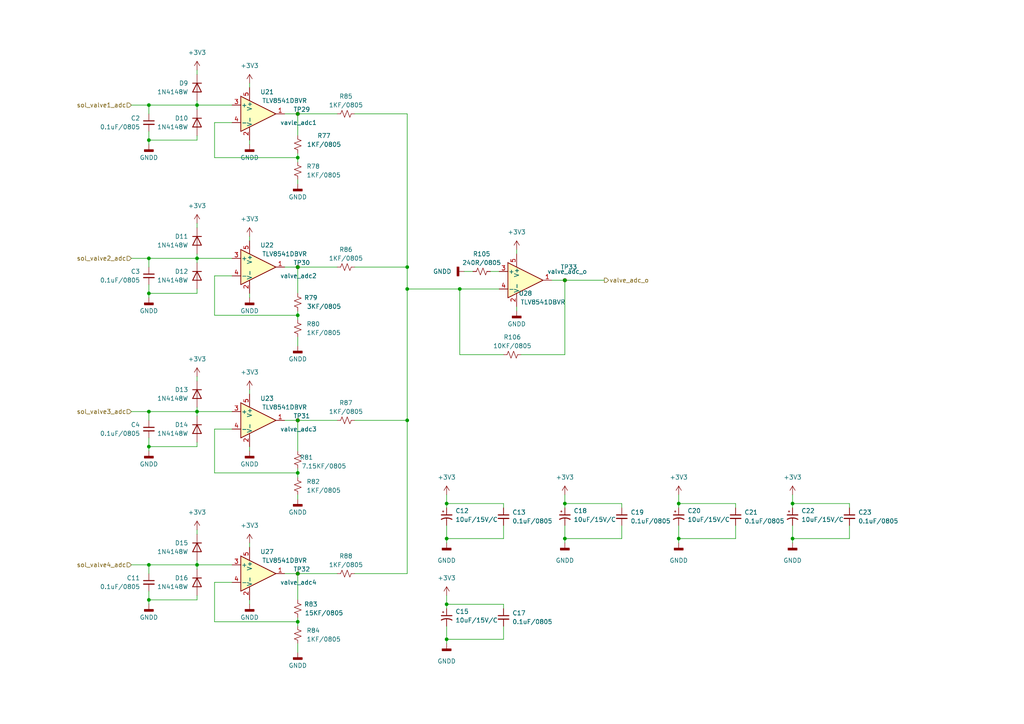
<source format=kicad_sch>
(kicad_sch (version 20211123) (generator eeschema)
  (paper "A4")
  (title_block (title "sol_valve_adc") (date "2022-07-12") (rev "rev02"))
  (lib_symbols
    (symbol "Amplifier_Operational:TLV2371DBV" (pin_names (offset 0.127))
      (property "Reference" "U" (at -1.27 6.35 0))
      (property "Value" "TLV2371DBV" (at -1.27 3.81 0))
      (symbol "TLV2371DBV_0_1"
        (polyline (pts (xy -5.08 5.08) (xy 5.08 0) (xy -5.08 -5.08) (xy -5.08 5.08)) (stroke (width 0.254)) (fill (type background)))
        (pin power_in line (at -2.54 -7.62 90) (length 3.81) (name "V-") (number "2"))
        (pin power_in line (at -2.54 7.62 270) (length 3.81) (name "V+") (number "5"))
      )
      (symbol "TLV2371DBV_1_1"
        (pin output line (at 7.62 0 180) (length 2.54) (name "~") (number "1"))
        (pin input line (at -7.62 2.54 0) (length 2.54) (name "+") (number "3"))
        (pin input line (at -7.62 -2.54 0) (length 2.54) (name "-") (number "4"))
      )
    )
    (symbol "Connector:TestPoint_Small" (pin_numbers hide) (pin_names (offset 0.762) hide)
      (property "Reference" "TP" (at 0 3.81 0))
      (property "Value" "TestPoint_Small" (at 0 2.032 0))
      (symbol "TestPoint_Small_0_1"
        (circle (center 0 0) (radius 0.508))
      )
      (symbol "TestPoint_Small_1_1"
        (pin passive line (at 0 0 90) (length 0) (name "1") (number "1"))
      )
    )
    (symbol "Device:C_Polarized_Small_US" (pin_numbers hide) (pin_names (offset 0.254) hide)
      (property "Reference" "C" (at 0.254 1.778 0))
      (property "Value" "C_Polarized_Small_US" (at 0.254 -2.032 0))
      (symbol "C_Polarized_Small_US_0_1"
        (polyline (pts (xy -1.524 0.508) (xy 1.524 0.508)) (stroke (width 0.3048)))
        (polyline (pts (xy -1.27 1.524) (xy -0.762 1.524)))
        (polyline (pts (xy -1.016 1.27) (xy -1.016 1.778)))
        (arc (start 1.524 -0.762) (mid 0 -0.3734) (end -1.524 -0.762) (stroke (width 0.3048)))
      )
      (symbol "C_Polarized_Small_US_1_1"
        (pin passive line (at 0 2.54 270) (length 2.032) (name "~") (number "1"))
        (pin passive line (at 0 -2.54 90) (length 2.032) (name "~") (number "2"))
      )
    )
    (symbol "Device:C_Small" (pin_numbers hide) (pin_names (offset 0.254) hide)
      (property "Reference" "C" (at 0.254 1.778 0))
      (property "Value" "C_Small" (at 0.254 -2.032 0))
      (symbol "C_Small_0_1"
        (polyline (pts (xy -1.524 -0.508) (xy 1.524 -0.508)) (stroke (width 0.3302)))
        (polyline (pts (xy -1.524 0.508) (xy 1.524 0.508)) (stroke (width 0.3048)))
      )
      (symbol "C_Small_1_1"
        (pin passive line (at 0 2.54 270) (length 2.032) (name "~") (number "1"))
        (pin passive line (at 0 -2.54 90) (length 2.032) (name "~") (number "2"))
      )
    )
    (symbol "Device:R_Small_US" (pin_numbers hide) (pin_names (offset 0.254) hide)
      (property "Reference" "R" (at 0.762 0.508 0))
      (property "Value" "R_Small_US" (at 0.762 -1.016 0))
      (symbol "R_Small_US_1_1"
        (polyline (pts (xy 0 0) (xy 1.016 -0.381) (xy 0 -0.762) (xy -1.016 -1.143) (xy 0 -1.524)))
        (polyline (pts (xy 0 1.524) (xy 1.016 1.143) (xy 0 0.762) (xy -1.016 0.381) (xy 0 0)))
        (pin passive line (at 0 2.54 270) (length 1.016) (name "~") (number "1"))
        (pin passive line (at 0 -2.54 90) (length 1.016) (name "~") (number "2"))
      )
    )
    (symbol "Diode:1N4148W" (pin_numbers hide) (pin_names (offset 1.016) hide)
      (property "Reference" "D" (at 0 2.54 0))
      (property "Value" "1N4148W" (at 0 -2.54 0))
      (symbol "1N4148W_0_1"
        (polyline (pts (xy -1.27 1.27) (xy -1.27 -1.27)) (stroke (width 0.254)))
        (polyline (pts (xy 1.27 0) (xy -1.27 0)))
        (polyline (pts (xy 1.27 1.27) (xy 1.27 -1.27) (xy -1.27 0) (xy 1.27 1.27)) (stroke (width 0.254)))
      )
      (symbol "1N4148W_1_1"
        (pin passive line (at -3.81 0 0) (length 2.54) (name "K") (number "1"))
        (pin passive line (at 3.81 0 180) (length 2.54) (name "A") (number "2"))
      )
    )
    (symbol "power:+3V3" (power) (pin_names (offset 0))
      (property "Value" "+3V3" (at 0 3.556 0))
      (symbol "+3V3_0_1"
        (polyline (pts (xy -0.762 1.27) (xy 0 2.54)))
        (polyline (pts (xy 0 0) (xy 0 2.54)))
        (polyline (pts (xy 0 2.54) (xy 0.762 1.27)))
      )
      (symbol "+3V3_1_1"
        (pin power_in line (at 0 0 90) (length 0) hide (name "+3V3") (number "1"))
      )
    )
    (symbol "power:GNDD" (power) (pin_names (offset 0))
      (property "Value" "GNDD" (at 0 -3.175 0))
      (symbol "GNDD_0_1"
        (rectangle (start -1.27 -1.524) (end 1.27 -2.032) (stroke (width 0.254)) (fill (type outline)))
        (polyline (pts (xy 0 0) (xy 0 -1.524)))
      )
      (symbol "GNDD_1_1"
        (pin power_in line (at 0 0 270) (length 0) hide (name "GNDD") (number "1"))
      )
    )
  )
  (junction (at 229.87 146.05))
  (junction (at 196.85 156.21))
  (junction (at 86.36 137.16))
  (junction (at 163.83 156.21))
  (junction (at 133.35 83.82))
  (junction (at 43.18 74.93))
  (junction (at 86.36 180.34))
  (junction (at 57.15 119.38))
  (junction (at 118.11 77.47))
  (junction (at 163.83 81.28))
  (junction (at 129.54 175.26))
  (junction (at 163.83 146.05))
  (junction (at 43.18 163.83))
  (junction (at 229.87 156.21))
  (junction (at 86.36 166.37))
  (junction (at 86.36 33.02))
  (junction (at 129.54 146.05))
  (junction (at 43.18 129.54))
  (junction (at 118.11 83.82))
  (junction (at 43.18 30.48))
  (junction (at 57.15 163.83))
  (junction (at 43.18 119.38))
  (junction (at 86.36 121.92))
  (junction (at 86.36 91.44))
  (junction (at 196.85 146.05))
  (junction (at 129.54 156.21))
  (junction (at 57.15 30.48))
  (junction (at 57.15 74.93))
  (junction (at 86.36 77.47))
  (junction (at 43.18 173.99))
  (junction (at 43.18 40.64))
  (junction (at 129.54 185.42))
  (junction (at 43.18 85.09))
  (junction (at 86.36 45.72))
  (junction (at 118.11 121.92))
  (wire (pts (xy 43.18 129.54) (xy 43.18 130.81)))
  (wire (pts (xy 43.18 74.93) (xy 43.18 77.47)))
  (wire (pts (xy 43.18 127) (xy 43.18 129.54)))
  (wire (pts (xy 57.15 85.09) (xy 43.18 85.09)))
  (wire (pts (xy 129.54 156.21) (xy 129.54 157.48)))
  (wire (pts (xy 118.11 77.47) (xy 118.11 83.82)))
  (wire (pts (xy 57.15 128.27) (xy 57.15 129.54)))
  (wire (pts (xy 146.05 175.26) (xy 129.54 175.26)))
  (wire (pts (xy 43.18 30.48) (xy 38.1 30.48)))
  (wire (pts (xy 196.85 146.05) (xy 196.85 147.32)))
  (wire (pts (xy 62.23 45.72) (xy 86.36 45.72)))
  (wire (pts (xy 57.15 129.54) (xy 43.18 129.54)))
  (wire (pts (xy 129.54 175.26) (xy 129.54 176.53)))
  (wire (pts (xy 57.15 29.21) (xy 57.15 30.48)))
  (wire (pts (xy 57.15 73.66) (xy 57.15 74.93)))
  (wire (pts (xy 102.87 121.92) (xy 118.11 121.92)))
  (wire (pts (xy 72.39 24.13) (xy 72.39 25.4)))
  (wire (pts (xy 229.87 156.21) (xy 246.38 156.21)))
  (wire (pts (xy 86.36 135.89) (xy 86.36 137.16)))
  (wire (pts (xy 57.15 109.22) (xy 57.15 110.49)))
  (wire (pts (xy 180.34 146.05) (xy 163.83 146.05)))
  (wire (pts (xy 43.18 30.48) (xy 43.18 33.02)))
  (wire (pts (xy 86.36 33.02) (xy 86.36 39.37)))
  (wire (pts (xy 57.15 172.72) (xy 57.15 173.99)))
  (wire (pts (xy 43.18 85.09) (xy 43.18 86.36)))
  (wire (pts (xy 86.36 77.47) (xy 82.55 77.47)))
  (wire (pts (xy 57.15 119.38) (xy 57.15 120.65)))
  (wire (pts (xy 180.34 147.32) (xy 180.34 146.05)))
  (wire (pts (xy 196.85 156.21) (xy 196.85 157.48)))
  (wire (pts (xy 86.36 166.37) (xy 97.79 166.37)))
  (wire (pts (xy 129.54 185.42) (xy 129.54 186.69)))
  (wire (pts (xy 86.36 179.07) (xy 86.36 180.34)))
  (wire (pts (xy 43.18 40.64) (xy 43.18 41.91)))
  (wire (pts (xy 86.36 137.16) (xy 86.36 138.43)))
  (wire (pts (xy 67.31 124.46) (xy 62.23 124.46)))
  (wire (pts (xy 246.38 152.4) (xy 246.38 156.21)))
  (wire (pts (xy 67.31 168.91) (xy 62.23 168.91)))
  (wire (pts (xy 146.05 147.32) (xy 146.05 146.05)))
  (wire (pts (xy 86.36 166.37) (xy 82.55 166.37)))
  (wire (pts (xy 72.39 157.48) (xy 72.39 158.75)))
  (wire (pts (xy 86.36 180.34) (xy 86.36 181.61)))
  (wire (pts (xy 86.36 52.07) (xy 86.36 53.34)))
  (wire (pts (xy 57.15 163.83) (xy 43.18 163.83)))
  (wire (pts (xy 86.36 77.47) (xy 97.79 77.47)))
  (wire (pts (xy 133.35 102.87) (xy 146.05 102.87)))
  (wire (pts (xy 72.39 129.54) (xy 72.39 130.81)))
  (wire (pts (xy 86.36 97.79) (xy 86.36 100.33)))
  (wire (pts (xy 57.15 39.37) (xy 57.15 40.64)))
  (wire (pts (xy 72.39 68.58) (xy 72.39 69.85)))
  (wire (pts (xy 213.36 146.05) (xy 196.85 146.05)))
  (wire (pts (xy 146.05 176.53) (xy 146.05 175.26)))
  (wire (pts (xy 129.54 185.42) (xy 146.05 185.42)))
  (wire (pts (xy 62.23 180.34) (xy 86.36 180.34)))
  (wire (pts (xy 67.31 74.93) (xy 57.15 74.93)))
  (wire (pts (xy 57.15 64.77) (xy 57.15 66.04)))
  (wire (pts (xy 229.87 146.05) (xy 229.87 147.32)))
  (wire (pts (xy 137.16 78.74) (xy 134.62 78.74)))
  (wire (pts (xy 146.05 146.05) (xy 129.54 146.05)))
  (wire (pts (xy 86.36 186.69) (xy 86.36 189.23)))
  (wire (pts (xy 229.87 152.4) (xy 229.87 156.21)))
  (wire (pts (xy 86.36 45.72) (xy 86.36 46.99)))
  (wire (pts (xy 163.83 152.4) (xy 163.83 156.21)))
  (wire (pts (xy 196.85 152.4) (xy 196.85 156.21)))
  (wire (pts (xy 86.36 91.44) (xy 86.36 92.71)))
  (wire (pts (xy 62.23 91.44) (xy 86.36 91.44)))
  (wire (pts (xy 118.11 166.37) (xy 118.11 121.92)))
  (wire (pts (xy 180.34 152.4) (xy 180.34 156.21)))
  (wire (pts (xy 43.18 74.93) (xy 38.1 74.93)))
  (wire (pts (xy 43.18 38.1) (xy 43.18 40.64)))
  (wire (pts (xy 43.18 173.99) (xy 43.18 175.26)))
  (wire (pts (xy 57.15 40.64) (xy 43.18 40.64)))
  (wire (pts (xy 62.23 80.01) (xy 62.23 91.44)))
  (wire (pts (xy 229.87 143.51) (xy 229.87 146.05)))
  (wire (pts (xy 62.23 168.91) (xy 62.23 180.34)))
  (wire (pts (xy 57.15 163.83) (xy 57.15 165.1)))
  (wire (pts (xy 129.54 146.05) (xy 129.54 147.32)))
  (wire (pts (xy 43.18 119.38) (xy 43.18 121.92)))
  (wire (pts (xy 129.54 143.51) (xy 129.54 146.05)))
  (wire (pts (xy 163.83 81.28) (xy 175.26 81.28)))
  (wire (pts (xy 118.11 83.82) (xy 133.35 83.82)))
  (wire (pts (xy 246.38 147.32) (xy 246.38 146.05)))
  (wire (pts (xy 163.83 156.21) (xy 163.83 157.48)))
  (wire (pts (xy 133.35 83.82) (xy 133.35 102.87)))
  (wire (pts (xy 67.31 119.38) (xy 57.15 119.38)))
  (wire (pts (xy 86.36 33.02) (xy 97.79 33.02)))
  (wire (pts (xy 43.18 163.83) (xy 38.1 163.83)))
  (wire (pts (xy 86.36 173.99) (xy 86.36 166.37)))
  (wire (pts (xy 67.31 35.56) (xy 62.23 35.56)))
  (wire (pts (xy 102.87 33.02) (xy 118.11 33.02)))
  (wire (pts (xy 129.54 172.72) (xy 129.54 175.26)))
  (wire (pts (xy 86.36 121.92) (xy 97.79 121.92)))
  (wire (pts (xy 86.36 90.17) (xy 86.36 91.44)))
  (wire (pts (xy 196.85 156.21) (xy 213.36 156.21)))
  (wire (pts (xy 67.31 80.01) (xy 62.23 80.01)))
  (wire (pts (xy 72.39 173.99) (xy 72.39 175.26)))
  (wire (pts (xy 142.24 78.74) (xy 144.78 78.74)))
  (wire (pts (xy 86.36 77.47) (xy 86.36 85.09)))
  (wire (pts (xy 213.36 147.32) (xy 213.36 146.05)))
  (wire (pts (xy 86.36 33.02) (xy 82.55 33.02)))
  (wire (pts (xy 246.38 146.05) (xy 229.87 146.05)))
  (wire (pts (xy 229.87 156.21) (xy 229.87 157.48)))
  (wire (pts (xy 62.23 137.16) (xy 86.36 137.16)))
  (wire (pts (xy 163.83 146.05) (xy 163.83 147.32)))
  (wire (pts (xy 118.11 83.82) (xy 118.11 121.92)))
  (wire (pts (xy 129.54 156.21) (xy 146.05 156.21)))
  (wire (pts (xy 57.15 74.93) (xy 43.18 74.93)))
  (wire (pts (xy 57.15 30.48) (xy 57.15 31.75)))
  (wire (pts (xy 102.87 166.37) (xy 118.11 166.37)))
  (wire (pts (xy 196.85 143.51) (xy 196.85 146.05)))
  (wire (pts (xy 163.83 81.28) (xy 163.83 102.87)))
  (wire (pts (xy 57.15 74.93) (xy 57.15 76.2)))
  (wire (pts (xy 67.31 30.48) (xy 57.15 30.48)))
  (wire (pts (xy 163.83 102.87) (xy 151.13 102.87)))
  (wire (pts (xy 57.15 118.11) (xy 57.15 119.38)))
  (wire (pts (xy 67.31 163.83) (xy 57.15 163.83)))
  (wire (pts (xy 57.15 20.32) (xy 57.15 21.59)))
  (wire (pts (xy 129.54 181.61) (xy 129.54 185.42)))
  (wire (pts (xy 213.36 152.4) (xy 213.36 156.21)))
  (wire (pts (xy 86.36 130.81) (xy 86.36 121.92)))
  (wire (pts (xy 86.36 143.51) (xy 86.36 144.78)))
  (wire (pts (xy 43.18 171.45) (xy 43.18 173.99)))
  (wire (pts (xy 86.36 121.92) (xy 82.55 121.92)))
  (wire (pts (xy 62.23 124.46) (xy 62.23 137.16)))
  (wire (pts (xy 57.15 119.38) (xy 43.18 119.38)))
  (wire (pts (xy 133.35 83.82) (xy 144.78 83.82)))
  (wire (pts (xy 57.15 153.67) (xy 57.15 154.94)))
  (wire (pts (xy 57.15 173.99) (xy 43.18 173.99)))
  (wire (pts (xy 43.18 82.55) (xy 43.18 85.09)))
  (wire (pts (xy 43.18 163.83) (xy 43.18 166.37)))
  (wire (pts (xy 146.05 181.61) (xy 146.05 185.42)))
  (wire (pts (xy 57.15 83.82) (xy 57.15 85.09)))
  (wire (pts (xy 163.83 143.51) (xy 163.83 146.05)))
  (wire (pts (xy 62.23 35.56) (xy 62.23 45.72)))
  (wire (pts (xy 72.39 113.03) (xy 72.39 114.3)))
  (wire (pts (xy 102.87 77.47) (xy 118.11 77.47)))
  (wire (pts (xy 160.02 81.28) (xy 163.83 81.28)))
  (wire (pts (xy 118.11 33.02) (xy 118.11 77.47)))
  (wire (pts (xy 86.36 44.45) (xy 86.36 45.72)))
  (wire (pts (xy 57.15 162.56) (xy 57.15 163.83)))
  (wire (pts (xy 149.86 88.9) (xy 149.86 90.17)))
  (wire (pts (xy 72.39 85.09) (xy 72.39 86.36)))
  (wire (pts (xy 163.83 156.21) (xy 180.34 156.21)))
  (wire (pts (xy 43.18 119.38) (xy 38.1 119.38)))
  (wire (pts (xy 129.54 152.4) (xy 129.54 156.21)))
  (wire (pts (xy 149.86 72.39) (xy 149.86 73.66)))
  (wire (pts (xy 72.39 40.64) (xy 72.39 41.91)))
  (wire (pts (xy 57.15 30.48) (xy 43.18 30.48)))
  (wire (pts (xy 146.05 152.4) (xy 146.05 156.21)))
  (hierarchical_label "valve_adc_o" (shape output) (at 175.26 81.28 0))
  (hierarchical_label "sol_valve2_adc" (shape input) (at 38.1 74.93 180))
  (hierarchical_label "sol_valve4_adc" (shape input) (at 38.1 163.83 180))
  (hierarchical_label "sol_valve1_adc" (shape input) (at 38.1 30.48 180))
  (hierarchical_label "sol_valve3_adc" (shape input) (at 38.1 119.38 180))
  (symbol (lib_id "Amplifier_Operational:TLV2371DBV") (at 74.93 121.92 0) (unit 1)
    (property "Reference" "U23" (at 77.47 115.57 0))
    (property "Value" "TLV8541DBVR" (at 82.55 118.11 0))
    (property "Footprint" "Package_TO_SOT_SMD:SOT-23-5" (effects hide))
    (property "Datasheet" "http://www.ti.com/lit/ds/symlink/tlv2375.pdf" (effects hide))
  )
  (symbol (lib_id "power:+3V3") (at 72.39 68.58 0) (unit 1)
    (property "Reference" "#PWR050" (effects hide))
    (property "Value" "+3V3" (at 72.39 63.5 0))
  )
  (symbol (lib_id "power:+3V3") (at 57.15 64.77 0) (unit 1)
    (property "Reference" "#PWR045" (effects hide))
    (property "Value" "+3V3" (at 57.15 59.69 0))
  )
  (symbol (lib_id "power:+3V3") (at 57.15 20.32 0) (unit 1)
    (property "Reference" "#PWR044" (effects hide))
    (property "Value" "+3V3" (at 57.15 15.24 0))
  )
  (symbol (lib_id "Device:C_Small") (at 246.38 149.86 0) (unit 1)
    (property "Reference" "C23" (at 248.92 148.5962 0) (effects (justify left)))
    (property "Value" "0.1uF/0805" (at 248.92 151.1362 0) (effects (justify left)))
  )
  (symbol (lib_id "power:GNDD") (at 229.87 157.48 0) (unit 1)
    (property "Reference" "#PWR074" (effects hide))
    (property "Value" "GNDD" (at 229.87 162.56 0))
  )
  (symbol (lib_id "power:+3V3") (at 57.15 109.22 0) (unit 1)
    (property "Reference" "#PWR046" (effects hide))
    (property "Value" "+3V3" (at 57.15 104.14 0))
  )
  (symbol (lib_id "Device:R_Small_US") (at 100.33 33.02 270) (unit 1)
    (property "Reference" "R85" (at 100.33 27.94 90))
    (property "Value" "1KF/0805" (at 100.33 30.48 90))
  )
  (symbol (lib_id "Device:R_Small_US") (at 86.36 87.63 0) (unit 1)
    (property "Reference" "R79" (at 90.17 86.36 0))
    (property "Value" "3KF/0805" (at 93.98 88.9 0))
  )
  (symbol (lib_id "Device:C_Small") (at 43.18 124.46 0) (mirror y) (unit 1)
    (property "Reference" "C4" (at 40.64 123.1962 0) (effects (justify left)))
    (property "Value" "0.1uF/0805" (at 40.64 125.7362 0) (effects (justify left)))
  )
  (symbol (lib_id "Device:R_Small_US") (at 139.7 78.74 270) (unit 1)
    (property "Reference" "R105" (at 139.7 73.66 90))
    (property "Value" "240R/0805" (at 139.7 76.2 90))
  )
  (symbol (lib_id "power:GNDD") (at 72.39 175.26 0) (unit 1)
    (property "Reference" "#PWR055" (effects hide))
    (property "Value" "GNDD" (at 72.39 179.07 0))
  )
  (symbol (lib_id "power:+3V3") (at 163.83 143.51 0) (unit 1)
    (property "Reference" "#PWR069" (effects hide))
    (property "Value" "+3V3" (at 163.83 138.43 0))
  )
  (symbol (lib_id "Amplifier_Operational:TLV2371DBV") (at 74.93 77.47 0) (unit 1)
    (property "Reference" "U22" (at 77.47 71.12 0))
    (property "Value" "TLV8541DBVR" (at 82.55 73.66 0))
    (property "Footprint" "Package_TO_SOT_SMD:SOT-23-5" (effects hide))
    (property "Datasheet" "http://www.ti.com/lit/ds/symlink/tlv2375.pdf" (effects hide))
  )
  (symbol (lib_id "Device:R_Small_US") (at 86.36 41.91 0) (unit 1)
    (property "Reference" "R77" (at 93.98 39.37 0))
    (property "Value" "1KF/0805" (at 93.98 41.91 0))
  )
  (symbol (lib_id "Diode:1N4148W") (at 57.15 168.91 90) (mirror x) (unit 1)
    (property "Reference" "D16" (at 54.61 167.6399 90) (effects (justify left)))
    (property "Value" "1N4148W" (at 54.61 170.1799 90) (effects (justify left)))
    (property "Footprint" "Diode_SMD:D_SOD-123" (effects hide))
    (property "Datasheet" "https://www.vishay.com/docs/85748/1n4148w.pdf" (effects hide))
  )
  (symbol (lib_id "power:+3V3") (at 149.86 72.39 0) (unit 1)
    (property "Reference" "#PWR067" (effects hide))
    (property "Value" "+3V3" (at 149.86 67.31 0))
  )
  (symbol (lib_id "power:+3V3") (at 72.39 113.03 0) (unit 1)
    (property "Reference" "#PWR052" (effects hide))
    (property "Value" "+3V3" (at 72.39 107.95 0))
  )
  (symbol (lib_id "power:+3V3") (at 129.54 143.51 0) (unit 1)
    (property "Reference" "#PWR060" (effects hide))
    (property "Value" "+3V3" (at 129.54 138.43 0))
  )
  (symbol (lib_id "power:GNDD") (at 129.54 186.69 0) (unit 1)
    (property "Reference" "#PWR065" (effects hide))
    (property "Value" "GNDD" (at 129.54 191.77 0))
  )
  (symbol (lib_id "power:GNDD") (at 134.62 78.74 270) (unit 1)
    (property "Reference" "#PWR066" (effects hide))
    (property "Value" "GNDD" (at 128.27 78.74 90))
  )
  (symbol (lib_id "Device:C_Small") (at 213.36 149.86 0) (unit 1)
    (property "Reference" "C21" (at 215.9 148.5962 0) (effects (justify left)))
    (property "Value" "0.1uF/0805" (at 215.9 151.1362 0) (effects (justify left)))
  )
  (symbol (lib_id "power:+3V3") (at 72.39 24.13 0) (unit 1)
    (property "Reference" "#PWR048" (effects hide))
    (property "Value" "+3V3" (at 72.39 19.05 0))
  )
  (symbol (lib_id "power:GNDD") (at 196.85 157.48 0) (unit 1)
    (property "Reference" "#PWR072" (effects hide))
    (property "Value" "GNDD" (at 196.85 162.56 0))
  )
  (symbol (lib_id "Device:R_Small_US") (at 86.36 49.53 180) (unit 1)
    (property "Reference" "R78" (at 88.9 48.2599 0) (effects (justify right)))
    (property "Value" "1KF/0805" (at 88.9 50.7999 0) (effects (justify right)))
  )
  (symbol (lib_id "Device:C_Polarized_Small_US") (at 196.85 149.86 0) (unit 1)
    (property "Reference" "C20" (at 199.39 148.1581 0) (effects (justify left)))
    (property "Value" "10uF/15V/C" (at 199.39 150.6981 0) (effects (justify left)))
  )
  (symbol (lib_id "power:GNDD") (at 43.18 86.36 0) (unit 1)
    (property "Reference" "#PWR041" (effects hide))
    (property "Value" "GNDD" (at 43.18 90.17 0))
  )
  (symbol (lib_id "Connector:TestPoint_Small") (at 86.36 121.92 0) (unit 1)
    (property "Reference" "TP31" (at 85.09 120.65 0) (effects (justify left)))
    (property "Value" "valve_adc3" (at 81.28 124.46 0) (effects (justify left)))
  )
  (symbol (lib_id "Device:C_Polarized_Small_US") (at 229.87 149.86 0) (unit 1)
    (property "Reference" "C22" (at 232.41 148.1581 0) (effects (justify left)))
    (property "Value" "10uF/15V/C" (at 232.41 150.6981 0) (effects (justify left)))
  )
  (symbol (lib_id "Device:R_Small_US") (at 86.36 176.53 0) (unit 1)
    (property "Reference" "R83" (at 90.17 175.26 0))
    (property "Value" "15KF/0805" (at 93.98 177.8 0))
  )
  (symbol (lib_id "Amplifier_Operational:TLV2371DBV") (at 74.93 33.02 0) (unit 1)
    (property "Reference" "U21" (at 77.47 26.67 0))
    (property "Value" "TLV8541DBVR" (at 82.55 29.21 0))
    (property "Footprint" "Package_TO_SOT_SMD:SOT-23-5" (effects hide))
    (property "Datasheet" "http://www.ti.com/lit/ds/symlink/tlv2375.pdf" (effects hide))
  )
  (symbol (lib_id "Device:R_Small_US") (at 148.59 102.87 90) (unit 1)
    (property "Reference" "R106" (at 148.59 97.79 90))
    (property "Value" "10KF/0805" (at 148.59 100.33 90))
  )
  (symbol (lib_id "Diode:1N4148W") (at 57.15 35.56 90) (mirror x) (unit 1)
    (property "Reference" "D10" (at 54.61 34.2899 90) (effects (justify left)))
    (property "Value" "1N4148W" (at 54.61 36.8299 90) (effects (justify left)))
    (property "Reference" "D10" (effects hide))
    (property "Value" "1N4148W" (effects hide))
  )
  (symbol (lib_id "Diode:1N4148W") (at 57.15 114.3 90) (mirror x) (unit 1)
    (property "Reference" "D13" (at 54.61 113.0299 90) (effects (justify left)))
    (property "Value" "1N4148W" (at 54.61 115.5699 90) (effects (justify left)))
    (property "Footprint" "Diode_SMD:D_SOD-123" (effects hide))
    (property "Datasheet" "https://www.vishay.com/docs/85748/1n4148w.pdf" (effects hide))
  )
  (symbol (lib_id "Diode:1N4148W") (at 57.15 25.4 90) (mirror x) (unit 1)
    (property "Reference" "D9" (at 54.61 24.1299 90) (effects (justify left)))
    (property "Value" "1N4148W" (at 54.61 26.6699 90) (effects (justify left)))
    (property "Footprint" "Diode_SMD:D_SOD-123" (effects hide))
    (property "Datasheet" "https://www.vishay.com/docs/85748/1n4148w.pdf" (effects hide))
  )
  (symbol (lib_id "power:+3V3") (at 196.85 143.51 0) (unit 1)
    (property "Reference" "#PWR071" (effects hide))
    (property "Value" "+3V3" (at 196.85 138.43 0))
  )
  (symbol (lib_id "Device:C_Polarized_Small_US") (at 163.83 149.86 0) (unit 1)
    (property "Reference" "C18" (at 166.37 148.1581 0) (effects (justify left)))
    (property "Value" "10uF/15V/C" (at 166.37 150.6981 0) (effects (justify left)))
  )
  (symbol (lib_id "power:+3V3") (at 57.15 153.67 0) (unit 1)
    (property "Reference" "#PWR047" (effects hide))
    (property "Value" "+3V3" (at 57.15 148.59 0))
  )
  (symbol (lib_id "Diode:1N4148W") (at 57.15 80.01 90) (mirror x) (unit 1)
    (property "Reference" "D12" (at 54.61 78.7399 90) (effects (justify left)))
    (property "Value" "1N4148W" (at 54.61 81.2799 90) (effects (justify left)))
    (property "Footprint" "Diode_SMD:D_SOD-123" (effects hide))
    (property "Datasheet" "https://www.vishay.com/docs/85748/1n4148w.pdf" (effects hide))
  )
  (symbol (lib_id "power:+3V3") (at 229.87 143.51 0) (unit 1)
    (property "Reference" "#PWR073" (effects hide))
    (property "Value" "+3V3" (at 229.87 138.43 0))
  )
  (symbol (lib_id "Device:C_Small") (at 180.34 149.86 0) (unit 1)
    (property "Reference" "C19" (at 182.88 148.5962 0) (effects (justify left)))
    (property "Value" "0.1uF/0805" (at 182.88 151.1362 0) (effects (justify left)))
  )
  (symbol (lib_id "power:+3V3") (at 72.39 157.48 0) (unit 1)
    (property "Reference" "#PWR054" (effects hide))
    (property "Value" "+3V3" (at 72.39 152.4 0))
  )
  (symbol (lib_id "Device:C_Small") (at 146.05 149.86 0) (unit 1)
    (property "Reference" "C13" (at 148.59 148.5962 0) (effects (justify left)))
    (property "Value" "0.1uF/0805" (at 148.59 151.1362 0) (effects (justify left)))
  )
  (symbol (lib_id "power:GNDD") (at 72.39 86.36 0) (unit 1)
    (property "Reference" "#PWR051" (effects hide))
    (property "Value" "GNDD" (at 72.39 90.17 0))
  )
  (symbol (lib_id "Diode:1N4148W") (at 57.15 69.85 90) (mirror x) (unit 1)
    (property "Reference" "D11" (at 54.61 68.5799 90) (effects (justify left)))
    (property "Value" "1N4148W" (at 54.61 71.1199 90) (effects (justify left)))
    (property "Footprint" "Diode_SMD:D_SOD-123" (effects hide))
    (property "Datasheet" "https://www.vishay.com/docs/85748/1n4148w.pdf" (effects hide))
  )
  (symbol (lib_id "Device:C_Polarized_Small_US") (at 129.54 179.07 0) (unit 1)
    (property "Reference" "C15" (at 132.08 177.3681 0) (effects (justify left)))
    (property "Value" "10uF/15V/C" (at 132.08 179.9081 0) (effects (justify left)))
  )
  (symbol (lib_id "Connector:TestPoint_Small") (at 86.36 33.02 0) (unit 1)
    (property "Reference" "TP29" (at 85.09 31.75 0) (effects (justify left)))
    (property "Value" "vavle_adc1" (at 81.28 35.56 0) (effects (justify left)))
    (property "Reference" "TP?" (effects hide))
    (property "Value" "vavle_adc1" (effects hide))
  )
  (symbol (lib_id "power:GNDD") (at 43.18 130.81 0) (unit 1)
    (property "Reference" "#PWR042" (effects hide))
    (property "Value" "GNDD" (at 43.18 134.62 0))
  )
  (symbol (lib_id "Device:C_Small") (at 43.18 80.01 0) (mirror y) (unit 1)
    (property "Reference" "C3" (at 40.64 78.7462 0) (effects (justify left)))
    (property "Value" "0.1uF/0805" (at 40.64 81.2862 0) (effects (justify left)))
  )
  (symbol (lib_id "power:GNDD") (at 43.18 41.91 0) (unit 1)
    (property "Reference" "#PWR09" (effects hide))
    (property "Value" "GNDD" (at 43.18 45.72 0))
  )
  (symbol (lib_id "power:GNDD") (at 86.36 144.78 0) (unit 1)
    (property "Reference" "#PWR058" (effects hide))
    (property "Value" "GNDD" (at 86.36 148.59 0))
  )
  (symbol (lib_id "Diode:1N4148W") (at 57.15 158.75 90) (mirror x) (unit 1)
    (property "Reference" "D15" (at 54.61 157.4799 90) (effects (justify left)))
    (property "Value" "1N4148W" (at 54.61 160.0199 90) (effects (justify left)))
    (property "Footprint" "Diode_SMD:D_SOD-123" (effects hide))
    (property "Datasheet" "https://www.vishay.com/docs/85748/1n4148w.pdf" (effects hide))
  )
  (symbol (lib_id "Device:R_Small_US") (at 86.36 140.97 180) (unit 1)
    (property "Reference" "R82" (at 88.9 139.6999 0) (effects (justify right)))
    (property "Value" "1KF/0805" (at 88.9 142.2399 0) (effects (justify right)))
  )
  (symbol (lib_id "power:GNDD") (at 72.39 130.81 0) (unit 1)
    (property "Reference" "#PWR053" (effects hide))
    (property "Value" "GNDD" (at 72.39 134.62 0))
  )
  (symbol (lib_id "Device:C_Small") (at 43.18 35.56 0) (mirror y) (unit 1)
    (property "Reference" "C2" (at 40.64 34.2962 0) (effects (justify left)))
    (property "Value" "0.1uF/0805" (at 40.64 36.8362 0) (effects (justify left)))
  )
  (symbol (lib_id "Device:R_Small_US") (at 86.36 95.25 180) (unit 1)
    (property "Reference" "R80" (at 88.9 93.9799 0) (effects (justify right)))
    (property "Value" "1KF/0805" (at 88.9 96.5199 0) (effects (justify right)))
  )
  (symbol (lib_id "Device:C_Polarized_Small_US") (at 129.54 149.86 0) (unit 1)
    (property "Reference" "C12" (at 132.08 148.1581 0) (effects (justify left)))
    (property "Value" "10uF/15V/C" (at 132.08 150.6981 0) (effects (justify left)))
  )
  (symbol (lib_id "Device:R_Small_US") (at 100.33 77.47 270) (unit 1)
    (property "Reference" "R86" (at 100.33 72.39 90))
    (property "Value" "1KF/0805" (at 100.33 74.93 90))
  )
  (symbol (lib_id "Device:R_Small_US") (at 100.33 121.92 270) (unit 1)
    (property "Reference" "R87" (at 100.33 116.84 90))
    (property "Value" "1KF/0805" (at 100.33 119.38 90))
  )
  (symbol (lib_id "power:GNDD") (at 129.54 157.48 0) (unit 1)
    (property "Reference" "#PWR062" (effects hide))
    (property "Value" "GNDD" (at 129.54 162.56 0))
  )
  (symbol (lib_id "Device:R_Small_US") (at 86.36 184.15 180) (unit 1)
    (property "Reference" "R84" (at 88.9 182.8799 0) (effects (justify right)))
    (property "Value" "1KF/0805" (at 88.9 185.4199 0) (effects (justify right)))
  )
  (symbol (lib_id "Connector:TestPoint_Small") (at 86.36 77.47 0) (unit 1)
    (property "Reference" "TP30" (at 85.09 76.2 0) (effects (justify left)))
    (property "Value" "valve_adc2" (at 81.28 80.01 0) (effects (justify left)))
  )
  (symbol (lib_id "Diode:1N4148W") (at 57.15 124.46 90) (mirror x) (unit 1)
    (property "Reference" "D14" (at 54.61 123.1899 90) (effects (justify left)))
    (property "Value" "1N4148W" (at 54.61 125.7299 90) (effects (justify left)))
    (property "Footprint" "Diode_SMD:D_SOD-123" (effects hide))
    (property "Datasheet" "https://www.vishay.com/docs/85748/1n4148w.pdf" (effects hide))
  )
  (symbol (lib_id "Amplifier_Operational:TLV2371DBV") (at 152.4 81.28 0) (unit 1)
    (property "Reference" "U28" (at 152.4 85.09 0))
    (property "Value" "TLV8541DBVR" (at 157.48 87.63 0))
    (property "Footprint" "Package_TO_SOT_SMD:SOT-23-5" (effects hide))
    (property "Datasheet" "http://www.ti.com/lit/ds/symlink/tlv2375.pdf" (effects hide))
  )
  (symbol (lib_id "power:GNDD") (at 86.36 189.23 0) (unit 1)
    (property "Reference" "#PWR059" (effects hide))
    (property "Value" "GNDD" (at 86.36 193.04 0))
  )
  (symbol (lib_id "Connector:TestPoint_Small") (at 86.36 166.37 0) (unit 1)
    (property "Reference" "TP32" (at 85.09 165.1 0) (effects (justify left)))
    (property "Value" "valve_adc4" (at 81.28 168.91 0) (effects (justify left)))
  )
  (symbol (lib_id "Device:R_Small_US") (at 86.36 133.35 0) (unit 1)
    (property "Reference" "R81" (at 88.885 132.6644 0))
    (property "Value" "7.15KF/0805" (at 93.965 135.2044 0))
  )
  (symbol (lib_id "Device:C_Small") (at 43.18 168.91 0) (mirror y) (unit 1)
    (property "Reference" "C11" (at 40.64 167.6462 0) (effects (justify left)))
    (property "Value" "0.1uF/0805" (at 40.64 170.1862 0) (effects (justify left)))
  )
  (symbol (lib_id "Connector:TestPoint_Small") (at 163.83 81.28 0) (unit 1)
    (property "Reference" "TP33" (at 162.56 77.47 0) (effects (justify left)))
    (property "Value" "valve_adc_o" (at 158.75 78.74 0) (effects (justify left)))
  )
  (symbol (lib_id "Amplifier_Operational:TLV2371DBV") (at 74.93 166.37 0) (unit 1)
    (property "Reference" "U27" (at 77.47 160.02 0))
    (property "Value" "TLV8541DBVR" (at 82.55 162.56 0))
    (property "Footprint" "Package_TO_SOT_SMD:SOT-23-5" (effects hide))
    (property "Datasheet" "http://www.ti.com/lit/ds/symlink/tlv2375.pdf" (effects hide))
  )
  (symbol (lib_id "power:GNDD") (at 86.36 53.34 0) (unit 1)
    (property "Reference" "#PWR056" (effects hide))
    (property "Value" "GNDD" (at 86.36 57.15 0))
  )
  (symbol (lib_id "Device:C_Small") (at 146.05 179.07 0) (unit 1)
    (property "Reference" "C17" (at 148.59 177.8062 0) (effects (justify left)))
    (property "Value" "0.1uF/0805" (at 148.59 180.3462 0) (effects (justify left)))
  )
  (symbol (lib_id "power:GNDD") (at 86.36 100.33 0) (unit 1)
    (property "Reference" "#PWR057" (effects hide))
    (property "Value" "GNDD" (at 86.36 104.14 0))
  )
  (symbol (lib_id "Device:R_Small_US") (at 100.33 166.37 270) (unit 1)
    (property "Reference" "R88" (at 100.33 161.29 90))
    (property "Value" "1KF/0805" (at 100.33 163.83 90))
  )
  (symbol (lib_id "power:GNDD") (at 72.39 41.91 0) (unit 1)
    (property "Reference" "#PWR049" (effects hide))
    (property "Value" "GNDD" (at 72.39 45.72 0))
  )
  (symbol (lib_id "power:GNDD") (at 43.18 175.26 0) (unit 1)
    (property "Reference" "#PWR043" (effects hide))
    (property "Value" "GNDD" (at 43.18 179.07 0))
  )
  (symbol (lib_id "power:+3V3") (at 129.54 172.72 0) (unit 1)
    (property "Reference" "#PWR061" (effects hide))
    (property "Value" "+3V3" (at 129.54 167.64 0))
  )
  (symbol (lib_id "power:GNDD") (at 163.83 157.48 0) (unit 1)
    (property "Reference" "#PWR070" (effects hide))
    (property "Value" "GNDD" (at 163.83 162.56 0))
  )
  (symbol (lib_id "power:GNDD") (at 149.86 90.17 0) (unit 1)
    (property "Reference" "#PWR068" (effects hide))
    (property "Value" "GNDD" (at 149.86 93.98 0))
  )
)
</source>
